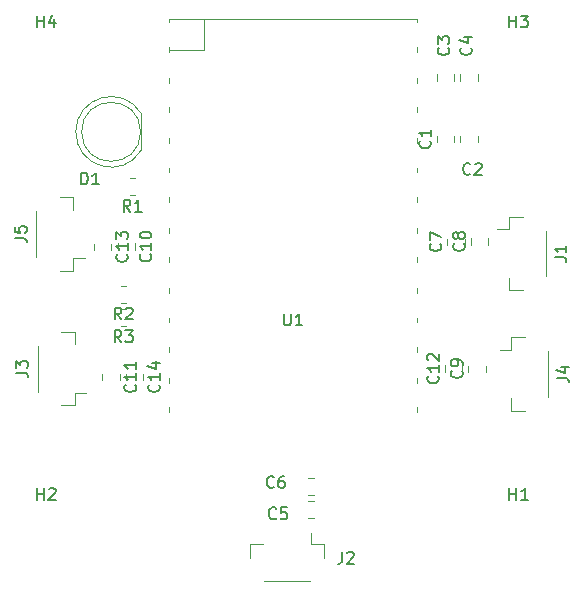
<source format=gbr>
%TF.GenerationSoftware,KiCad,Pcbnew,(6.0.9)*%
%TF.CreationDate,2022-11-18T22:17:03-07:00*%
%TF.ProjectId,AQM,41514d2e-6b69-4636-9164-5f7063625858,rev?*%
%TF.SameCoordinates,Original*%
%TF.FileFunction,Legend,Top*%
%TF.FilePolarity,Positive*%
%FSLAX46Y46*%
G04 Gerber Fmt 4.6, Leading zero omitted, Abs format (unit mm)*
G04 Created by KiCad (PCBNEW (6.0.9)) date 2022-11-18 22:17:03*
%MOMM*%
%LPD*%
G01*
G04 APERTURE LIST*
%ADD10C,0.150000*%
%ADD11C,0.120000*%
G04 APERTURE END LIST*
D10*
%TO.C,U1*%
X154138095Y-74886780D02*
X154138095Y-75696304D01*
X154185714Y-75791542D01*
X154233333Y-75839161D01*
X154328571Y-75886780D01*
X154519047Y-75886780D01*
X154614285Y-75839161D01*
X154661904Y-75791542D01*
X154709523Y-75696304D01*
X154709523Y-74886780D01*
X155709523Y-75886780D02*
X155138095Y-75886780D01*
X155423809Y-75886780D02*
X155423809Y-74886780D01*
X155328571Y-75029638D01*
X155233333Y-75124876D01*
X155138095Y-75172495D01*
%TO.C,C1*%
X166477142Y-60266666D02*
X166524761Y-60314285D01*
X166572380Y-60457142D01*
X166572380Y-60552380D01*
X166524761Y-60695238D01*
X166429523Y-60790476D01*
X166334285Y-60838095D01*
X166143809Y-60885714D01*
X166000952Y-60885714D01*
X165810476Y-60838095D01*
X165715238Y-60790476D01*
X165620000Y-60695238D01*
X165572380Y-60552380D01*
X165572380Y-60457142D01*
X165620000Y-60314285D01*
X165667619Y-60266666D01*
X166572380Y-59314285D02*
X166572380Y-59885714D01*
X166572380Y-59600000D02*
X165572380Y-59600000D01*
X165715238Y-59695238D01*
X165810476Y-59790476D01*
X165858095Y-59885714D01*
%TO.C,H4*%
X133238095Y-50652380D02*
X133238095Y-49652380D01*
X133238095Y-50128571D02*
X133809523Y-50128571D01*
X133809523Y-50652380D02*
X133809523Y-49652380D01*
X134714285Y-49985714D02*
X134714285Y-50652380D01*
X134476190Y-49604761D02*
X134238095Y-50319047D01*
X134857142Y-50319047D01*
%TO.C,H3*%
X173238095Y-50652380D02*
X173238095Y-49652380D01*
X173238095Y-50128571D02*
X173809523Y-50128571D01*
X173809523Y-50652380D02*
X173809523Y-49652380D01*
X174190476Y-49652380D02*
X174809523Y-49652380D01*
X174476190Y-50033333D01*
X174619047Y-50033333D01*
X174714285Y-50080952D01*
X174761904Y-50128571D01*
X174809523Y-50223809D01*
X174809523Y-50461904D01*
X174761904Y-50557142D01*
X174714285Y-50604761D01*
X174619047Y-50652380D01*
X174333333Y-50652380D01*
X174238095Y-50604761D01*
X174190476Y-50557142D01*
%TO.C,H2*%
X133238095Y-90652380D02*
X133238095Y-89652380D01*
X133238095Y-90128571D02*
X133809523Y-90128571D01*
X133809523Y-90652380D02*
X133809523Y-89652380D01*
X134238095Y-89747619D02*
X134285714Y-89700000D01*
X134380952Y-89652380D01*
X134619047Y-89652380D01*
X134714285Y-89700000D01*
X134761904Y-89747619D01*
X134809523Y-89842857D01*
X134809523Y-89938095D01*
X134761904Y-90080952D01*
X134190476Y-90652380D01*
X134809523Y-90652380D01*
%TO.C,H1*%
X173238095Y-90652380D02*
X173238095Y-89652380D01*
X173238095Y-90128571D02*
X173809523Y-90128571D01*
X173809523Y-90652380D02*
X173809523Y-89652380D01*
X174809523Y-90652380D02*
X174238095Y-90652380D01*
X174523809Y-90652380D02*
X174523809Y-89652380D01*
X174428571Y-89795238D01*
X174333333Y-89890476D01*
X174238095Y-89938095D01*
%TO.C,J1*%
X177052380Y-70133333D02*
X177766666Y-70133333D01*
X177909523Y-70180952D01*
X178004761Y-70276190D01*
X178052380Y-70419047D01*
X178052380Y-70514285D01*
X178052380Y-69133333D02*
X178052380Y-69704761D01*
X178052380Y-69419047D02*
X177052380Y-69419047D01*
X177195238Y-69514285D01*
X177290476Y-69609523D01*
X177338095Y-69704761D01*
%TO.C,C11*%
X141537142Y-80892857D02*
X141584761Y-80940476D01*
X141632380Y-81083333D01*
X141632380Y-81178571D01*
X141584761Y-81321428D01*
X141489523Y-81416666D01*
X141394285Y-81464285D01*
X141203809Y-81511904D01*
X141060952Y-81511904D01*
X140870476Y-81464285D01*
X140775238Y-81416666D01*
X140680000Y-81321428D01*
X140632380Y-81178571D01*
X140632380Y-81083333D01*
X140680000Y-80940476D01*
X140727619Y-80892857D01*
X141632380Y-79940476D02*
X141632380Y-80511904D01*
X141632380Y-80226190D02*
X140632380Y-80226190D01*
X140775238Y-80321428D01*
X140870476Y-80416666D01*
X140918095Y-80511904D01*
X141632380Y-78988095D02*
X141632380Y-79559523D01*
X141632380Y-79273809D02*
X140632380Y-79273809D01*
X140775238Y-79369047D01*
X140870476Y-79464285D01*
X140918095Y-79559523D01*
%TO.C,C3*%
X168057142Y-52366666D02*
X168104761Y-52414285D01*
X168152380Y-52557142D01*
X168152380Y-52652380D01*
X168104761Y-52795238D01*
X168009523Y-52890476D01*
X167914285Y-52938095D01*
X167723809Y-52985714D01*
X167580952Y-52985714D01*
X167390476Y-52938095D01*
X167295238Y-52890476D01*
X167200000Y-52795238D01*
X167152380Y-52652380D01*
X167152380Y-52557142D01*
X167200000Y-52414285D01*
X167247619Y-52366666D01*
X167152380Y-52033333D02*
X167152380Y-51414285D01*
X167533333Y-51747619D01*
X167533333Y-51604761D01*
X167580952Y-51509523D01*
X167628571Y-51461904D01*
X167723809Y-51414285D01*
X167961904Y-51414285D01*
X168057142Y-51461904D01*
X168104761Y-51509523D01*
X168152380Y-51604761D01*
X168152380Y-51890476D01*
X168104761Y-51985714D01*
X168057142Y-52033333D01*
%TO.C,C14*%
X143537142Y-80892857D02*
X143584761Y-80940476D01*
X143632380Y-81083333D01*
X143632380Y-81178571D01*
X143584761Y-81321428D01*
X143489523Y-81416666D01*
X143394285Y-81464285D01*
X143203809Y-81511904D01*
X143060952Y-81511904D01*
X142870476Y-81464285D01*
X142775238Y-81416666D01*
X142680000Y-81321428D01*
X142632380Y-81178571D01*
X142632380Y-81083333D01*
X142680000Y-80940476D01*
X142727619Y-80892857D01*
X143632380Y-79940476D02*
X143632380Y-80511904D01*
X143632380Y-80226190D02*
X142632380Y-80226190D01*
X142775238Y-80321428D01*
X142870476Y-80416666D01*
X142918095Y-80511904D01*
X142965714Y-79083333D02*
X143632380Y-79083333D01*
X142584761Y-79321428D02*
X143299047Y-79559523D01*
X143299047Y-78940476D01*
%TO.C,J5*%
X131352380Y-68483333D02*
X132066666Y-68483333D01*
X132209523Y-68530952D01*
X132304761Y-68626190D01*
X132352380Y-68769047D01*
X132352380Y-68864285D01*
X131352380Y-67530952D02*
X131352380Y-68007142D01*
X131828571Y-68054761D01*
X131780952Y-68007142D01*
X131733333Y-67911904D01*
X131733333Y-67673809D01*
X131780952Y-67578571D01*
X131828571Y-67530952D01*
X131923809Y-67483333D01*
X132161904Y-67483333D01*
X132257142Y-67530952D01*
X132304761Y-67578571D01*
X132352380Y-67673809D01*
X132352380Y-67911904D01*
X132304761Y-68007142D01*
X132257142Y-68054761D01*
%TO.C,C13*%
X140837142Y-69867857D02*
X140884761Y-69915476D01*
X140932380Y-70058333D01*
X140932380Y-70153571D01*
X140884761Y-70296428D01*
X140789523Y-70391666D01*
X140694285Y-70439285D01*
X140503809Y-70486904D01*
X140360952Y-70486904D01*
X140170476Y-70439285D01*
X140075238Y-70391666D01*
X139980000Y-70296428D01*
X139932380Y-70153571D01*
X139932380Y-70058333D01*
X139980000Y-69915476D01*
X140027619Y-69867857D01*
X140932380Y-68915476D02*
X140932380Y-69486904D01*
X140932380Y-69201190D02*
X139932380Y-69201190D01*
X140075238Y-69296428D01*
X140170476Y-69391666D01*
X140218095Y-69486904D01*
X139932380Y-68582142D02*
X139932380Y-67963095D01*
X140313333Y-68296428D01*
X140313333Y-68153571D01*
X140360952Y-68058333D01*
X140408571Y-68010714D01*
X140503809Y-67963095D01*
X140741904Y-67963095D01*
X140837142Y-68010714D01*
X140884761Y-68058333D01*
X140932380Y-68153571D01*
X140932380Y-68439285D01*
X140884761Y-68534523D01*
X140837142Y-68582142D01*
%TO.C,J4*%
X177252380Y-80333333D02*
X177966666Y-80333333D01*
X178109523Y-80380952D01*
X178204761Y-80476190D01*
X178252380Y-80619047D01*
X178252380Y-80714285D01*
X177585714Y-79428571D02*
X178252380Y-79428571D01*
X177204761Y-79666666D02*
X177919047Y-79904761D01*
X177919047Y-79285714D01*
%TO.C,C12*%
X167172142Y-80177857D02*
X167219761Y-80225476D01*
X167267380Y-80368333D01*
X167267380Y-80463571D01*
X167219761Y-80606428D01*
X167124523Y-80701666D01*
X167029285Y-80749285D01*
X166838809Y-80796904D01*
X166695952Y-80796904D01*
X166505476Y-80749285D01*
X166410238Y-80701666D01*
X166315000Y-80606428D01*
X166267380Y-80463571D01*
X166267380Y-80368333D01*
X166315000Y-80225476D01*
X166362619Y-80177857D01*
X167267380Y-79225476D02*
X167267380Y-79796904D01*
X167267380Y-79511190D02*
X166267380Y-79511190D01*
X166410238Y-79606428D01*
X166505476Y-79701666D01*
X166553095Y-79796904D01*
X166362619Y-78844523D02*
X166315000Y-78796904D01*
X166267380Y-78701666D01*
X166267380Y-78463571D01*
X166315000Y-78368333D01*
X166362619Y-78320714D01*
X166457857Y-78273095D01*
X166553095Y-78273095D01*
X166695952Y-78320714D01*
X167267380Y-78892142D01*
X167267380Y-78273095D01*
%TO.C,J3*%
X131452380Y-79883333D02*
X132166666Y-79883333D01*
X132309523Y-79930952D01*
X132404761Y-80026190D01*
X132452380Y-80169047D01*
X132452380Y-80264285D01*
X131452380Y-79502380D02*
X131452380Y-78883333D01*
X131833333Y-79216666D01*
X131833333Y-79073809D01*
X131880952Y-78978571D01*
X131928571Y-78930952D01*
X132023809Y-78883333D01*
X132261904Y-78883333D01*
X132357142Y-78930952D01*
X132404761Y-78978571D01*
X132452380Y-79073809D01*
X132452380Y-79359523D01*
X132404761Y-79454761D01*
X132357142Y-79502380D01*
%TO.C,C7*%
X167377142Y-68966666D02*
X167424761Y-69014285D01*
X167472380Y-69157142D01*
X167472380Y-69252380D01*
X167424761Y-69395238D01*
X167329523Y-69490476D01*
X167234285Y-69538095D01*
X167043809Y-69585714D01*
X166900952Y-69585714D01*
X166710476Y-69538095D01*
X166615238Y-69490476D01*
X166520000Y-69395238D01*
X166472380Y-69252380D01*
X166472380Y-69157142D01*
X166520000Y-69014285D01*
X166567619Y-68966666D01*
X166472380Y-68633333D02*
X166472380Y-67966666D01*
X167472380Y-68395238D01*
%TO.C,J2*%
X159066666Y-95052380D02*
X159066666Y-95766666D01*
X159019047Y-95909523D01*
X158923809Y-96004761D01*
X158780952Y-96052380D01*
X158685714Y-96052380D01*
X159495238Y-95147619D02*
X159542857Y-95100000D01*
X159638095Y-95052380D01*
X159876190Y-95052380D01*
X159971428Y-95100000D01*
X160019047Y-95147619D01*
X160066666Y-95242857D01*
X160066666Y-95338095D01*
X160019047Y-95480952D01*
X159447619Y-96052380D01*
X160066666Y-96052380D01*
%TO.C,C5*%
X153483333Y-92207142D02*
X153435714Y-92254761D01*
X153292857Y-92302380D01*
X153197619Y-92302380D01*
X153054761Y-92254761D01*
X152959523Y-92159523D01*
X152911904Y-92064285D01*
X152864285Y-91873809D01*
X152864285Y-91730952D01*
X152911904Y-91540476D01*
X152959523Y-91445238D01*
X153054761Y-91350000D01*
X153197619Y-91302380D01*
X153292857Y-91302380D01*
X153435714Y-91350000D01*
X153483333Y-91397619D01*
X154388095Y-91302380D02*
X153911904Y-91302380D01*
X153864285Y-91778571D01*
X153911904Y-91730952D01*
X154007142Y-91683333D01*
X154245238Y-91683333D01*
X154340476Y-91730952D01*
X154388095Y-91778571D01*
X154435714Y-91873809D01*
X154435714Y-92111904D01*
X154388095Y-92207142D01*
X154340476Y-92254761D01*
X154245238Y-92302380D01*
X154007142Y-92302380D01*
X153911904Y-92254761D01*
X153864285Y-92207142D01*
%TO.C,R2*%
X140375833Y-75382380D02*
X140042500Y-74906190D01*
X139804404Y-75382380D02*
X139804404Y-74382380D01*
X140185357Y-74382380D01*
X140280595Y-74430000D01*
X140328214Y-74477619D01*
X140375833Y-74572857D01*
X140375833Y-74715714D01*
X140328214Y-74810952D01*
X140280595Y-74858571D01*
X140185357Y-74906190D01*
X139804404Y-74906190D01*
X140756785Y-74477619D02*
X140804404Y-74430000D01*
X140899642Y-74382380D01*
X141137738Y-74382380D01*
X141232976Y-74430000D01*
X141280595Y-74477619D01*
X141328214Y-74572857D01*
X141328214Y-74668095D01*
X141280595Y-74810952D01*
X140709166Y-75382380D01*
X141328214Y-75382380D01*
%TO.C,R1*%
X141133333Y-66252380D02*
X140800000Y-65776190D01*
X140561904Y-66252380D02*
X140561904Y-65252380D01*
X140942857Y-65252380D01*
X141038095Y-65300000D01*
X141085714Y-65347619D01*
X141133333Y-65442857D01*
X141133333Y-65585714D01*
X141085714Y-65680952D01*
X141038095Y-65728571D01*
X140942857Y-65776190D01*
X140561904Y-65776190D01*
X142085714Y-66252380D02*
X141514285Y-66252380D01*
X141800000Y-66252380D02*
X141800000Y-65252380D01*
X141704761Y-65395238D01*
X141609523Y-65490476D01*
X141514285Y-65538095D01*
%TO.C,R3*%
X140380833Y-77307380D02*
X140047500Y-76831190D01*
X139809404Y-77307380D02*
X139809404Y-76307380D01*
X140190357Y-76307380D01*
X140285595Y-76355000D01*
X140333214Y-76402619D01*
X140380833Y-76497857D01*
X140380833Y-76640714D01*
X140333214Y-76735952D01*
X140285595Y-76783571D01*
X140190357Y-76831190D01*
X139809404Y-76831190D01*
X140714166Y-76307380D02*
X141333214Y-76307380D01*
X140999880Y-76688333D01*
X141142738Y-76688333D01*
X141237976Y-76735952D01*
X141285595Y-76783571D01*
X141333214Y-76878809D01*
X141333214Y-77116904D01*
X141285595Y-77212142D01*
X141237976Y-77259761D01*
X141142738Y-77307380D01*
X140857023Y-77307380D01*
X140761785Y-77259761D01*
X140714166Y-77212142D01*
%TO.C,C8*%
X169372142Y-68951666D02*
X169419761Y-68999285D01*
X169467380Y-69142142D01*
X169467380Y-69237380D01*
X169419761Y-69380238D01*
X169324523Y-69475476D01*
X169229285Y-69523095D01*
X169038809Y-69570714D01*
X168895952Y-69570714D01*
X168705476Y-69523095D01*
X168610238Y-69475476D01*
X168515000Y-69380238D01*
X168467380Y-69237380D01*
X168467380Y-69142142D01*
X168515000Y-68999285D01*
X168562619Y-68951666D01*
X168895952Y-68380238D02*
X168848333Y-68475476D01*
X168800714Y-68523095D01*
X168705476Y-68570714D01*
X168657857Y-68570714D01*
X168562619Y-68523095D01*
X168515000Y-68475476D01*
X168467380Y-68380238D01*
X168467380Y-68189761D01*
X168515000Y-68094523D01*
X168562619Y-68046904D01*
X168657857Y-67999285D01*
X168705476Y-67999285D01*
X168800714Y-68046904D01*
X168848333Y-68094523D01*
X168895952Y-68189761D01*
X168895952Y-68380238D01*
X168943571Y-68475476D01*
X168991190Y-68523095D01*
X169086428Y-68570714D01*
X169276904Y-68570714D01*
X169372142Y-68523095D01*
X169419761Y-68475476D01*
X169467380Y-68380238D01*
X169467380Y-68189761D01*
X169419761Y-68094523D01*
X169372142Y-68046904D01*
X169276904Y-67999285D01*
X169086428Y-67999285D01*
X168991190Y-68046904D01*
X168943571Y-68094523D01*
X168895952Y-68189761D01*
%TO.C,C10*%
X142832142Y-69852857D02*
X142879761Y-69900476D01*
X142927380Y-70043333D01*
X142927380Y-70138571D01*
X142879761Y-70281428D01*
X142784523Y-70376666D01*
X142689285Y-70424285D01*
X142498809Y-70471904D01*
X142355952Y-70471904D01*
X142165476Y-70424285D01*
X142070238Y-70376666D01*
X141975000Y-70281428D01*
X141927380Y-70138571D01*
X141927380Y-70043333D01*
X141975000Y-69900476D01*
X142022619Y-69852857D01*
X142927380Y-68900476D02*
X142927380Y-69471904D01*
X142927380Y-69186190D02*
X141927380Y-69186190D01*
X142070238Y-69281428D01*
X142165476Y-69376666D01*
X142213095Y-69471904D01*
X141927380Y-68281428D02*
X141927380Y-68186190D01*
X141975000Y-68090952D01*
X142022619Y-68043333D01*
X142117857Y-67995714D01*
X142308333Y-67948095D01*
X142546428Y-67948095D01*
X142736904Y-67995714D01*
X142832142Y-68043333D01*
X142879761Y-68090952D01*
X142927380Y-68186190D01*
X142927380Y-68281428D01*
X142879761Y-68376666D01*
X142832142Y-68424285D01*
X142736904Y-68471904D01*
X142546428Y-68519523D01*
X142308333Y-68519523D01*
X142117857Y-68471904D01*
X142022619Y-68424285D01*
X141975000Y-68376666D01*
X141927380Y-68281428D01*
%TO.C,C9*%
X169177142Y-79716666D02*
X169224761Y-79764285D01*
X169272380Y-79907142D01*
X169272380Y-80002380D01*
X169224761Y-80145238D01*
X169129523Y-80240476D01*
X169034285Y-80288095D01*
X168843809Y-80335714D01*
X168700952Y-80335714D01*
X168510476Y-80288095D01*
X168415238Y-80240476D01*
X168320000Y-80145238D01*
X168272380Y-80002380D01*
X168272380Y-79907142D01*
X168320000Y-79764285D01*
X168367619Y-79716666D01*
X169272380Y-79240476D02*
X169272380Y-79050000D01*
X169224761Y-78954761D01*
X169177142Y-78907142D01*
X169034285Y-78811904D01*
X168843809Y-78764285D01*
X168462857Y-78764285D01*
X168367619Y-78811904D01*
X168320000Y-78859523D01*
X168272380Y-78954761D01*
X168272380Y-79145238D01*
X168320000Y-79240476D01*
X168367619Y-79288095D01*
X168462857Y-79335714D01*
X168700952Y-79335714D01*
X168796190Y-79288095D01*
X168843809Y-79240476D01*
X168891428Y-79145238D01*
X168891428Y-78954761D01*
X168843809Y-78859523D01*
X168796190Y-78811904D01*
X168700952Y-78764285D01*
%TO.C,C6*%
X153283333Y-89557142D02*
X153235714Y-89604761D01*
X153092857Y-89652380D01*
X152997619Y-89652380D01*
X152854761Y-89604761D01*
X152759523Y-89509523D01*
X152711904Y-89414285D01*
X152664285Y-89223809D01*
X152664285Y-89080952D01*
X152711904Y-88890476D01*
X152759523Y-88795238D01*
X152854761Y-88700000D01*
X152997619Y-88652380D01*
X153092857Y-88652380D01*
X153235714Y-88700000D01*
X153283333Y-88747619D01*
X154140476Y-88652380D02*
X153950000Y-88652380D01*
X153854761Y-88700000D01*
X153807142Y-88747619D01*
X153711904Y-88890476D01*
X153664285Y-89080952D01*
X153664285Y-89461904D01*
X153711904Y-89557142D01*
X153759523Y-89604761D01*
X153854761Y-89652380D01*
X154045238Y-89652380D01*
X154140476Y-89604761D01*
X154188095Y-89557142D01*
X154235714Y-89461904D01*
X154235714Y-89223809D01*
X154188095Y-89128571D01*
X154140476Y-89080952D01*
X154045238Y-89033333D01*
X153854761Y-89033333D01*
X153759523Y-89080952D01*
X153711904Y-89128571D01*
X153664285Y-89223809D01*
%TO.C,D1*%
X136961904Y-63952380D02*
X136961904Y-62952380D01*
X137200000Y-62952380D01*
X137342857Y-63000000D01*
X137438095Y-63095238D01*
X137485714Y-63190476D01*
X137533333Y-63380952D01*
X137533333Y-63523809D01*
X137485714Y-63714285D01*
X137438095Y-63809523D01*
X137342857Y-63904761D01*
X137200000Y-63952380D01*
X136961904Y-63952380D01*
X138485714Y-63952380D02*
X137914285Y-63952380D01*
X138200000Y-63952380D02*
X138200000Y-62952380D01*
X138104761Y-63095238D01*
X138009523Y-63190476D01*
X137914285Y-63238095D01*
%TO.C,C2*%
X169933333Y-63057142D02*
X169885714Y-63104761D01*
X169742857Y-63152380D01*
X169647619Y-63152380D01*
X169504761Y-63104761D01*
X169409523Y-63009523D01*
X169361904Y-62914285D01*
X169314285Y-62723809D01*
X169314285Y-62580952D01*
X169361904Y-62390476D01*
X169409523Y-62295238D01*
X169504761Y-62200000D01*
X169647619Y-62152380D01*
X169742857Y-62152380D01*
X169885714Y-62200000D01*
X169933333Y-62247619D01*
X170314285Y-62247619D02*
X170361904Y-62200000D01*
X170457142Y-62152380D01*
X170695238Y-62152380D01*
X170790476Y-62200000D01*
X170838095Y-62247619D01*
X170885714Y-62342857D01*
X170885714Y-62438095D01*
X170838095Y-62580952D01*
X170266666Y-63152380D01*
X170885714Y-63152380D01*
%TO.C,C4*%
X169957142Y-52366666D02*
X170004761Y-52414285D01*
X170052380Y-52557142D01*
X170052380Y-52652380D01*
X170004761Y-52795238D01*
X169909523Y-52890476D01*
X169814285Y-52938095D01*
X169623809Y-52985714D01*
X169480952Y-52985714D01*
X169290476Y-52938095D01*
X169195238Y-52890476D01*
X169100000Y-52795238D01*
X169052380Y-52652380D01*
X169052380Y-52557142D01*
X169100000Y-52414285D01*
X169147619Y-52366666D01*
X169385714Y-51509523D02*
X170052380Y-51509523D01*
X169004761Y-51747619D02*
X169719047Y-51985714D01*
X169719047Y-51366666D01*
D11*
%TO.C,U1*%
X144400000Y-70134400D02*
X144400000Y-70534400D01*
X144400000Y-57434400D02*
X144400000Y-57834400D01*
X165400000Y-57434400D02*
X165400000Y-57834400D01*
X144400000Y-60034400D02*
X144400000Y-60434400D01*
X165400000Y-80334400D02*
X165400000Y-80734400D01*
X147407000Y-52601400D02*
X147407000Y-49934400D01*
X165400000Y-54934400D02*
X165400000Y-55334400D01*
X165400000Y-67634400D02*
X165400000Y-68034400D01*
X165400000Y-60034400D02*
X165400000Y-60434400D01*
X144400000Y-49934400D02*
X165400000Y-49934400D01*
X165400000Y-52334400D02*
X165400000Y-52734400D01*
X144400000Y-49934400D02*
X144400000Y-50234400D01*
X144400000Y-65034400D02*
X144400000Y-65434400D01*
X144400000Y-75234400D02*
X144400000Y-75634400D01*
X165400000Y-62534400D02*
X165400000Y-62934400D01*
X144400000Y-62534400D02*
X144400000Y-62934400D01*
X165400000Y-72734400D02*
X165400000Y-73134400D01*
X144400000Y-80334400D02*
X144400000Y-80734400D01*
X144400000Y-54934400D02*
X144400000Y-55334400D01*
X144400000Y-52601400D02*
X147407000Y-52601400D01*
X144400000Y-77734400D02*
X144400000Y-78134400D01*
X144400000Y-67634400D02*
X144400000Y-68034400D01*
X165400000Y-75234400D02*
X165400000Y-75634400D01*
X144400000Y-72734400D02*
X144400000Y-73134400D01*
X144400000Y-52334400D02*
X144400000Y-52734400D01*
X165400000Y-49934400D02*
X165400000Y-50234400D01*
X165400000Y-77734400D02*
X165400000Y-78134400D01*
X165400000Y-65034400D02*
X165400000Y-65434400D01*
X165400000Y-82834400D02*
X165400000Y-83234400D01*
X165400000Y-70134400D02*
X165400000Y-70534400D01*
X144400000Y-82834400D02*
X144400000Y-83234400D01*
%TO.C,C1*%
X168535000Y-60361252D02*
X168535000Y-59838748D01*
X167065000Y-60361252D02*
X167065000Y-59838748D01*
%TO.C,J1*%
X174340000Y-66690000D02*
X173190000Y-66690000D01*
X174340000Y-72910000D02*
X173190000Y-72910000D01*
X173190000Y-66690000D02*
X173190000Y-67740000D01*
X173190000Y-67740000D02*
X172200000Y-67740000D01*
X173190000Y-72910000D02*
X173190000Y-71860000D01*
X176310000Y-67860000D02*
X176310000Y-71740000D01*
%TO.C,C11*%
X138765000Y-79988748D02*
X138765000Y-80511252D01*
X140235000Y-79988748D02*
X140235000Y-80511252D01*
%TO.C,C3*%
X168535000Y-54638748D02*
X168535000Y-55161252D01*
X167065000Y-54638748D02*
X167065000Y-55161252D01*
%TO.C,C14*%
X142235000Y-79988748D02*
X142235000Y-80511252D01*
X140765000Y-79988748D02*
X140765000Y-80511252D01*
%TO.C,J5*%
X133190000Y-70090000D02*
X133190000Y-66210000D01*
X135160000Y-65040000D02*
X136310000Y-65040000D01*
X136310000Y-70210000D02*
X137300000Y-70210000D01*
X136310000Y-71260000D02*
X136310000Y-70210000D01*
X135160000Y-71260000D02*
X136310000Y-71260000D01*
X136310000Y-65040000D02*
X136310000Y-66090000D01*
%TO.C,C13*%
X138065000Y-68963748D02*
X138065000Y-69486252D01*
X139535000Y-68963748D02*
X139535000Y-69486252D01*
%TO.C,J4*%
X173390000Y-77940000D02*
X172400000Y-77940000D01*
X173390000Y-83110000D02*
X173390000Y-82060000D01*
X174540000Y-76890000D02*
X173390000Y-76890000D01*
X174540000Y-83110000D02*
X173390000Y-83110000D01*
X173390000Y-76890000D02*
X173390000Y-77940000D01*
X176510000Y-78060000D02*
X176510000Y-81940000D01*
%TO.C,C12*%
X169230000Y-79796252D02*
X169230000Y-79273748D01*
X167760000Y-79796252D02*
X167760000Y-79273748D01*
%TO.C,J3*%
X133290000Y-81490000D02*
X133290000Y-77610000D01*
X136410000Y-76440000D02*
X136410000Y-77490000D01*
X136410000Y-82660000D02*
X136410000Y-81610000D01*
X135260000Y-82660000D02*
X136410000Y-82660000D01*
X136410000Y-81610000D02*
X137400000Y-81610000D01*
X135260000Y-76440000D02*
X136410000Y-76440000D01*
%TO.C,C7*%
X167965000Y-69061252D02*
X167965000Y-68538748D01*
X169435000Y-69061252D02*
X169435000Y-68538748D01*
%TO.C,J2*%
X151290000Y-95565000D02*
X151290000Y-94415000D01*
X156460000Y-94415000D02*
X156460000Y-93425000D01*
X151290000Y-94415000D02*
X152340000Y-94415000D01*
X156340000Y-97535000D02*
X152460000Y-97535000D01*
X157510000Y-95565000D02*
X157510000Y-94415000D01*
X157510000Y-94415000D02*
X156460000Y-94415000D01*
%TO.C,C5*%
X156138748Y-92235000D02*
X156661252Y-92235000D01*
X156138748Y-90765000D02*
X156661252Y-90765000D01*
%TO.C,R2*%
X140769564Y-74015000D02*
X140315436Y-74015000D01*
X140769564Y-72545000D02*
X140315436Y-72545000D01*
%TO.C,R1*%
X141527064Y-63415000D02*
X141072936Y-63415000D01*
X141527064Y-64885000D02*
X141072936Y-64885000D01*
%TO.C,R3*%
X140774564Y-75940000D02*
X140320436Y-75940000D01*
X140774564Y-74470000D02*
X140320436Y-74470000D01*
%TO.C,C8*%
X171430000Y-69046252D02*
X171430000Y-68523748D01*
X169960000Y-69046252D02*
X169960000Y-68523748D01*
%TO.C,C10*%
X141530000Y-68948748D02*
X141530000Y-69471252D01*
X140060000Y-68948748D02*
X140060000Y-69471252D01*
%TO.C,C9*%
X171235000Y-79811252D02*
X171235000Y-79288748D01*
X169765000Y-79811252D02*
X169765000Y-79288748D01*
%TO.C,C6*%
X156138748Y-90235000D02*
X156661252Y-90235000D01*
X156138748Y-88765000D02*
X156661252Y-88765000D01*
%TO.C,D1*%
X142065000Y-61045000D02*
X142065000Y-57955000D01*
X142065000Y-57955170D02*
G75*
G03*
X136515000Y-59500462I-2560000J-1544830D01*
G01*
X136515000Y-59499538D02*
G75*
G03*
X142065000Y-61044830I2990000J-462D01*
G01*
X142005000Y-59500000D02*
G75*
G03*
X142005000Y-59500000I-2500000J0D01*
G01*
%TO.C,C2*%
X169065000Y-60361252D02*
X169065000Y-59838748D01*
X170535000Y-60361252D02*
X170535000Y-59838748D01*
%TO.C,C4*%
X170535000Y-54638748D02*
X170535000Y-55161252D01*
X169065000Y-54638748D02*
X169065000Y-55161252D01*
%TD*%
M02*

</source>
